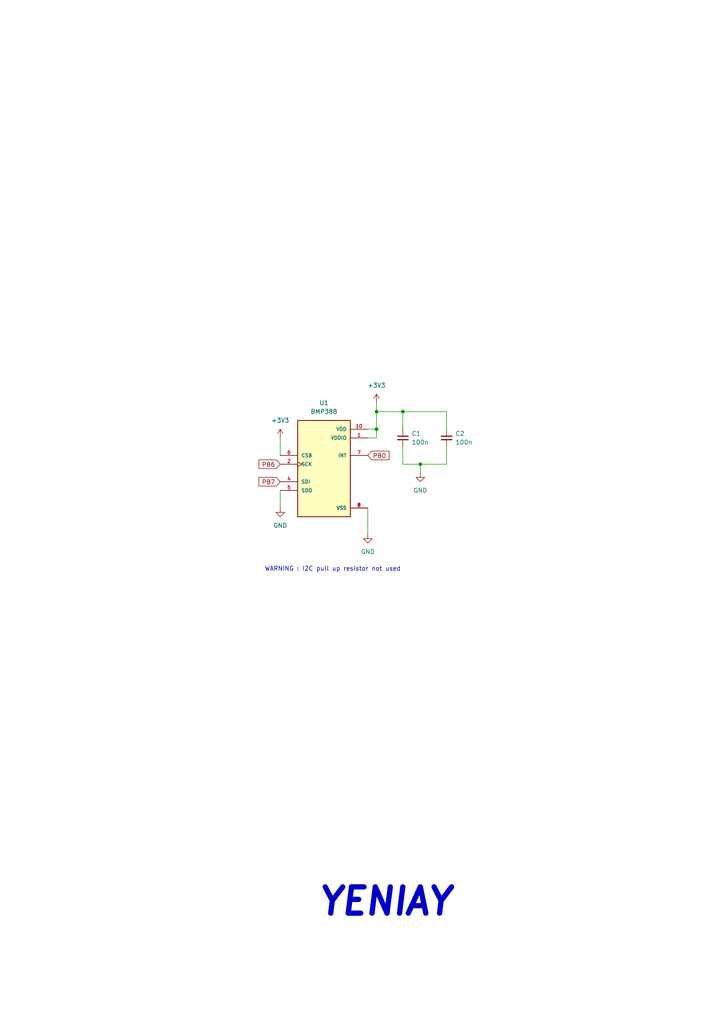
<source format=kicad_sch>
(kicad_sch (version 20231120) (generator "eeschema") (generator_version "8.0")
  (paper "A4" portrait)
  (title_block (title "BMP388") (date "2024-09-28") (rev "Ozan E."))
  (lib_symbols
    (symbol "BMP388:BMP388" (pin_names (offset 1.016))
      (property "Reference" "U" (at -7.6281 15.2562 0))
      (property "Value" "BMP388" (at -7.6268 -15.2536 0))
      (symbol "BMP388_0_0"
        (rectangle (start -7.62 -12.7) (end 7.62 15.24) (stroke (width 0.254)) (fill (type background)))
        (pin power_in line (at 12.7 10.16 180) (length 5.08) (name "VDDIO") (number "1"))
        (pin power_in line (at 12.7 12.7 180) (length 5.08) (name "VDD") (number "10"))
        (pin input clock (at -12.7 2.54 0) (length 5.08) (name "SCK") (number "2"))
        (pin power_in line (at 12.7 -10.16 180) (length 5.08) (name "VSS") (number "3"))
        (pin bidirectional line (at -12.7 -2.54 0) (length 5.08) (name "SDI") (number "4"))
        (pin bidirectional line (at -12.7 -5.08 0) (length 5.08) (name "SDO") (number "5"))
        (pin input line (at -12.7 5.08 0) (length 5.08) (name "CSB") (number "6"))
        (pin output line (at 12.7 5.08 180) (length 5.08) (name "INT") (number "7"))
        (pin power_in line (at 12.7 -10.16 180) (length 5.08) (name "VSS") (number "8"))
        (pin power_in line (at 12.7 -10.16 180) (length 5.08) (name "VSS") (number "9"))
      )
    )
    (symbol "Device:C_Small" (pin_numbers hide) (pin_names (offset 0.254) hide)
      (property "Reference" "C" (at 0.254 1.778 0))
      (property "Value" "C_Small" (at 0.254 -2.032 0))
      (symbol "C_Small_0_1"
        (polyline (pts (xy -1.524 -0.508) (xy 1.524 -0.508)) (stroke (width 0.3302)))
        (polyline (pts (xy -1.524 0.508) (xy 1.524 0.508)) (stroke (width 0.3048)))
      )
      (symbol "C_Small_1_1"
        (pin passive line (at 0 2.54 270) (length 2.032) (name "~") (number "1"))
        (pin passive line (at 0 -2.54 90) (length 2.032) (name "~") (number "2"))
      )
    )
    (symbol "power:+3V3" (power) (pin_numbers hide) (pin_names (offset 0) hide)
      (property "Value" "+3V3" (at 0 3.556 0))
      (symbol "+3V3_0_1"
        (polyline (pts (xy -0.762 1.27) (xy 0 2.54)))
        (polyline (pts (xy 0 0) (xy 0 2.54)))
        (polyline (pts (xy 0 2.54) (xy 0.762 1.27)))
      )
      (symbol "+3V3_1_1"
        (pin power_in line (at 0 0 90) (length 0) (name "~") (number "1"))
      )
    )
    (symbol "power:GND" (power) (pin_numbers hide) (pin_names (offset 0) hide)
      (property "Value" "GND" (at 0 -3.81 0))
      (symbol "GND_0_1"
        (polyline (pts (xy 0 0) (xy 0 -1.27) (xy 1.27 -1.27) (xy 0 -2.54) (xy -1.27 -1.27) (xy 0 -1.27)))
      )
      (symbol "GND_1_1"
        (pin power_in line (at 0 0 270) (length 0) (name "~") (number "1"))
      )
    )
  )
  (junction (at 109.22 119.38))
  (junction (at 116.84 119.38))
  (junction (at 109.22 124.46))
  (junction (at 121.92 134.62))
  (wire (pts (xy 116.84 129.54) (xy 116.84 134.62)))
  (wire (pts (xy 121.92 134.62) (xy 121.92 137.16)))
  (wire (pts (xy 129.54 129.54) (xy 129.54 134.62)))
  (wire (pts (xy 116.84 124.46) (xy 116.84 119.38)))
  (wire (pts (xy 106.68 127) (xy 109.22 127)))
  (wire (pts (xy 121.92 134.62) (xy 129.54 134.62)))
  (wire (pts (xy 109.22 119.38) (xy 109.22 116.84)))
  (wire (pts (xy 116.84 134.62) (xy 121.92 134.62)))
  (wire (pts (xy 81.28 142.24) (xy 81.28 147.32)))
  (wire (pts (xy 106.68 124.46) (xy 109.22 124.46)))
  (wire (pts (xy 81.28 127) (xy 81.28 132.08)))
  (wire (pts (xy 129.54 124.46) (xy 129.54 119.38)))
  (wire (pts (xy 109.22 127) (xy 109.22 124.46)))
  (wire (pts (xy 109.22 119.38) (xy 116.84 119.38)))
  (wire (pts (xy 116.84 119.38) (xy 129.54 119.38)))
  (wire (pts (xy 106.68 147.32) (xy 106.68 154.94)))
  (wire (pts (xy 109.22 124.46) (xy 109.22 119.38)))
  (text "YENIAY" (at 111.76 261.62 0) (effects (font (size 7.62 7.62) (thickness 1.524) (bold yes) (italic yes))))
  (text "WARNING : I2C pull up resistor not used" (at 96.52 165.1 0) (effects (font (size 1.27 1.27))))
  (global_label "PB0" (shape input) (at 106.68 132.08 0) (property "Intersheetrefs" "${INTERSHEET_REFS}" (effects (hide yes))))
  (global_label "PB6" (shape input) (at 81.28 134.62 180) (property "Intersheetrefs" "${INTERSHEET_REFS}" (effects (hide yes))))
  (global_label "PB7" (shape input) (at 81.28 139.7 180) (property "Intersheetrefs" "${INTERSHEET_REFS}" (effects (hide yes))))
  (symbol (lib_id "power:+3V3") (at 109.22 116.84 0) (unit 1)
    (property "Reference" "#PWR02" (effects (hide yes)))
    (property "Value" "+3V3" (at 109.22 111.76 0))
    (property "Description" "Power symbol creates a global label with name \"+3V3\"" (effects (hide yes)))
  )
  (symbol (lib_id "power:GND") (at 106.68 154.94 0) (unit 1)
    (property "Reference" "#PWR04" (effects (hide yes)))
    (property "Value" "GND" (at 106.68 160.02 0))
    (property "Description" "Power symbol creates a global label with name \"GND\" , ground" (effects (hide yes)))
  )
  (symbol (lib_id "Device:C_Small") (at 129.54 127 0) (unit 1)
    (property "Reference" "C2" (at 132.08 125.7362 0) (effects (justify left)))
    (property "Value" "100n" (at 132.08 128.2762 0) (effects (justify left)))
    (property "Description" "Unpolarized capacitor, small symbol" (effects (hide yes)))
  )
  (symbol (lib_id "power:GND") (at 81.28 147.32 0) (unit 1)
    (property "Reference" "#PWR01" (effects (hide yes)))
    (property "Value" "GND" (at 81.28 152.4 0))
    (property "Description" "Power symbol creates a global label with name \"GND\" , ground" (effects (hide yes)))
  )
  (symbol (lib_id "Device:C_Small") (at 116.84 127 0) (unit 1)
    (property "Reference" "C1" (at 119.38 125.7362 0) (effects (justify left)))
    (property "Value" "100n" (at 119.38 128.2762 0) (effects (justify left)))
    (property "Description" "Unpolarized capacitor, small symbol" (effects (hide yes)))
  )
  (symbol (lib_id "BMP388:BMP388") (at 93.98 137.16 0) (unit 1)
    (property "Reference" "U1" (at 93.98 116.84 0))
    (property "Value" "BMP388" (at 93.98 119.38 0))
    (property "Footprint" "BMP388:PQFN50P200X200X80-10N" (effects (hide yes)))
    (property "MF" "Bosch Sensortec" (effects (hide yes)))
    (property "Description_1" "\nPressure Sensor 4.35PSI ~ 18.13PSI (30kPa ~ 125kPa) Absolute - - 10-WFLGA\n" (effects (hide yes)))
    (property "Package" "WFLGA-10 Bosch Tools" (effects (hide yes)))
    (property "Price" "None" (effects (hide yes)))
    (property "Check_prices" "https://www.snapeda.com/parts/BMP388/Bosch+Sensortec/view-part/?ref=eda" (effects (hide yes)))
    (property "STANDARD" "IPC 7351B" (effects (hide yes)))
    (property "PARTREV" "1.1" (effects (hide yes)))
    (property "SnapEDA_Link" "https://www.snapeda.com/parts/BMP388/Bosch+Sensortec/view-part/?ref=snap" (effects (hide yes)))
    (property "MP" "BMP388" (effects (hide yes)))
    (property "Availability" "In Stock" (effects (hide yes)))
    (property "MANUFACTURER" "BOSCH" (effects (hide yes)))
  )
  (symbol (lib_id "power:GND") (at 121.92 137.16 0) (unit 1)
    (property "Reference" "#PWR05" (effects (hide yes)))
    (property "Value" "GND" (at 121.92 142.24 0))
    (property "Description" "Power symbol creates a global label with name \"GND\" , ground" (effects (hide yes)))
  )
  (symbol (lib_id "power:+3V3") (at 81.28 127 0) (unit 1)
    (property "Reference" "#PWR03" (effects (hide yes)))
    (property "Value" "+3V3" (at 81.28 121.92 0))
    (property "Description" "Power symbol creates a global label with name \"+3V3\"" (effects (hide yes)))
  )
)
</source>
